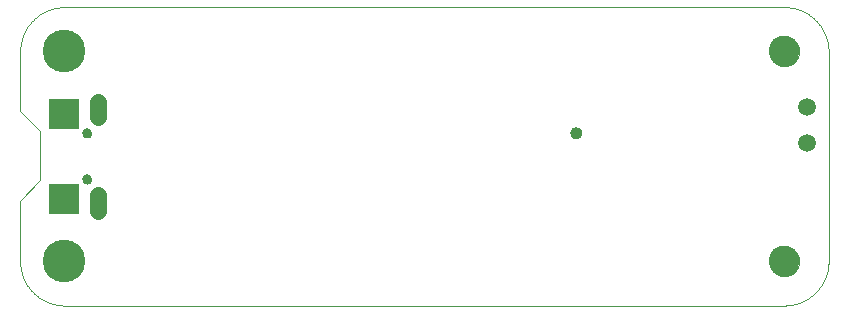
<source format=gbs>
G75*
%MOIN*%
%OFA0B0*%
%FSLAX25Y25*%
%IPPOS*%
%LPD*%
%AMOC8*
5,1,8,0,0,1.08239X$1,22.5*
%
%ADD10C,0.00000*%
%ADD11C,0.10243*%
%ADD12C,0.14243*%
%ADD13C,0.03156*%
%ADD14R,0.10243X0.10243*%
%ADD15C,0.05550*%
%ADD16C,0.03943*%
%ADD17C,0.05943*%
D10*
X0059095Y0057209D02*
X0299095Y0057209D01*
X0299451Y0057213D01*
X0299806Y0057226D01*
X0300162Y0057248D01*
X0300516Y0057278D01*
X0300870Y0057316D01*
X0301222Y0057364D01*
X0301574Y0057419D01*
X0301924Y0057483D01*
X0302272Y0057556D01*
X0302619Y0057637D01*
X0302963Y0057726D01*
X0303305Y0057824D01*
X0303645Y0057930D01*
X0303982Y0058044D01*
X0304316Y0058166D01*
X0304647Y0058296D01*
X0304975Y0058434D01*
X0305300Y0058580D01*
X0305621Y0058734D01*
X0305938Y0058896D01*
X0306251Y0059065D01*
X0306559Y0059241D01*
X0306864Y0059425D01*
X0307164Y0059617D01*
X0307459Y0059815D01*
X0307750Y0060021D01*
X0308035Y0060234D01*
X0308315Y0060453D01*
X0308590Y0060679D01*
X0308859Y0060912D01*
X0309122Y0061151D01*
X0309380Y0061397D01*
X0309631Y0061648D01*
X0309877Y0061906D01*
X0310116Y0062169D01*
X0310349Y0062438D01*
X0310575Y0062713D01*
X0310794Y0062993D01*
X0311007Y0063278D01*
X0311213Y0063569D01*
X0311411Y0063864D01*
X0311603Y0064164D01*
X0311787Y0064469D01*
X0311963Y0064777D01*
X0312132Y0065090D01*
X0312294Y0065407D01*
X0312448Y0065728D01*
X0312594Y0066053D01*
X0312732Y0066381D01*
X0312862Y0066712D01*
X0312984Y0067046D01*
X0313098Y0067383D01*
X0313204Y0067723D01*
X0313302Y0068065D01*
X0313391Y0068409D01*
X0313472Y0068756D01*
X0313545Y0069104D01*
X0313609Y0069454D01*
X0313664Y0069806D01*
X0313712Y0070158D01*
X0313750Y0070512D01*
X0313780Y0070866D01*
X0313802Y0071222D01*
X0313815Y0071577D01*
X0313819Y0071933D01*
X0313820Y0071933D02*
X0313820Y0141933D01*
X0313819Y0141933D02*
X0313815Y0142289D01*
X0313802Y0142644D01*
X0313780Y0143000D01*
X0313750Y0143354D01*
X0313712Y0143708D01*
X0313664Y0144060D01*
X0313609Y0144412D01*
X0313545Y0144762D01*
X0313472Y0145110D01*
X0313391Y0145457D01*
X0313302Y0145801D01*
X0313204Y0146143D01*
X0313098Y0146483D01*
X0312984Y0146820D01*
X0312862Y0147154D01*
X0312732Y0147485D01*
X0312594Y0147813D01*
X0312448Y0148138D01*
X0312294Y0148459D01*
X0312132Y0148776D01*
X0311963Y0149089D01*
X0311787Y0149397D01*
X0311603Y0149702D01*
X0311411Y0150002D01*
X0311213Y0150297D01*
X0311007Y0150588D01*
X0310794Y0150873D01*
X0310575Y0151153D01*
X0310349Y0151428D01*
X0310116Y0151697D01*
X0309877Y0151960D01*
X0309631Y0152218D01*
X0309380Y0152469D01*
X0309122Y0152715D01*
X0308859Y0152954D01*
X0308590Y0153187D01*
X0308315Y0153413D01*
X0308035Y0153632D01*
X0307750Y0153845D01*
X0307459Y0154051D01*
X0307164Y0154249D01*
X0306864Y0154441D01*
X0306559Y0154625D01*
X0306251Y0154801D01*
X0305938Y0154970D01*
X0305621Y0155132D01*
X0305300Y0155286D01*
X0304975Y0155432D01*
X0304647Y0155570D01*
X0304316Y0155700D01*
X0303982Y0155822D01*
X0303645Y0155936D01*
X0303305Y0156042D01*
X0302963Y0156140D01*
X0302619Y0156229D01*
X0302272Y0156310D01*
X0301924Y0156383D01*
X0301574Y0156447D01*
X0301222Y0156502D01*
X0300870Y0156550D01*
X0300516Y0156588D01*
X0300162Y0156618D01*
X0299806Y0156640D01*
X0299451Y0156653D01*
X0299095Y0156657D01*
X0059095Y0156657D01*
X0058739Y0156653D01*
X0058384Y0156640D01*
X0058028Y0156618D01*
X0057674Y0156588D01*
X0057320Y0156550D01*
X0056968Y0156502D01*
X0056616Y0156447D01*
X0056266Y0156383D01*
X0055918Y0156310D01*
X0055571Y0156229D01*
X0055227Y0156140D01*
X0054885Y0156042D01*
X0054545Y0155936D01*
X0054208Y0155822D01*
X0053874Y0155700D01*
X0053543Y0155570D01*
X0053215Y0155432D01*
X0052890Y0155286D01*
X0052569Y0155132D01*
X0052252Y0154970D01*
X0051939Y0154801D01*
X0051631Y0154625D01*
X0051326Y0154441D01*
X0051026Y0154249D01*
X0050731Y0154051D01*
X0050440Y0153845D01*
X0050155Y0153632D01*
X0049875Y0153413D01*
X0049600Y0153187D01*
X0049331Y0152954D01*
X0049068Y0152715D01*
X0048810Y0152469D01*
X0048559Y0152218D01*
X0048313Y0151960D01*
X0048074Y0151697D01*
X0047841Y0151428D01*
X0047615Y0151153D01*
X0047396Y0150873D01*
X0047183Y0150588D01*
X0046977Y0150297D01*
X0046779Y0150002D01*
X0046587Y0149702D01*
X0046403Y0149397D01*
X0046227Y0149089D01*
X0046058Y0148776D01*
X0045896Y0148459D01*
X0045742Y0148138D01*
X0045596Y0147813D01*
X0045458Y0147485D01*
X0045328Y0147154D01*
X0045206Y0146820D01*
X0045092Y0146483D01*
X0044986Y0146143D01*
X0044888Y0145801D01*
X0044799Y0145457D01*
X0044718Y0145110D01*
X0044645Y0144762D01*
X0044581Y0144412D01*
X0044526Y0144060D01*
X0044478Y0143708D01*
X0044440Y0143354D01*
X0044410Y0143000D01*
X0044388Y0142644D01*
X0044375Y0142289D01*
X0044371Y0141933D01*
X0044371Y0122157D01*
X0051095Y0115433D01*
X0051095Y0098933D01*
X0044371Y0092209D01*
X0044371Y0071933D01*
X0044375Y0071577D01*
X0044388Y0071222D01*
X0044410Y0070866D01*
X0044440Y0070512D01*
X0044478Y0070158D01*
X0044526Y0069806D01*
X0044581Y0069454D01*
X0044645Y0069104D01*
X0044718Y0068756D01*
X0044799Y0068409D01*
X0044888Y0068065D01*
X0044986Y0067723D01*
X0045092Y0067383D01*
X0045206Y0067046D01*
X0045328Y0066712D01*
X0045458Y0066381D01*
X0045596Y0066053D01*
X0045742Y0065728D01*
X0045896Y0065407D01*
X0046058Y0065090D01*
X0046227Y0064777D01*
X0046403Y0064469D01*
X0046587Y0064164D01*
X0046779Y0063864D01*
X0046977Y0063569D01*
X0047183Y0063278D01*
X0047396Y0062993D01*
X0047615Y0062713D01*
X0047841Y0062438D01*
X0048074Y0062169D01*
X0048313Y0061906D01*
X0048559Y0061648D01*
X0048810Y0061397D01*
X0049068Y0061151D01*
X0049331Y0060912D01*
X0049600Y0060679D01*
X0049875Y0060453D01*
X0050155Y0060234D01*
X0050440Y0060021D01*
X0050731Y0059815D01*
X0051026Y0059617D01*
X0051326Y0059425D01*
X0051631Y0059241D01*
X0051939Y0059065D01*
X0052252Y0058896D01*
X0052569Y0058734D01*
X0052890Y0058580D01*
X0053215Y0058434D01*
X0053543Y0058296D01*
X0053874Y0058166D01*
X0054208Y0058044D01*
X0054545Y0057930D01*
X0054885Y0057824D01*
X0055227Y0057726D01*
X0055571Y0057637D01*
X0055918Y0057556D01*
X0056266Y0057483D01*
X0056616Y0057419D01*
X0056968Y0057364D01*
X0057320Y0057316D01*
X0057674Y0057278D01*
X0058028Y0057248D01*
X0058384Y0057226D01*
X0058739Y0057213D01*
X0059095Y0057209D01*
X0057934Y0090988D02*
X0060296Y0090988D01*
X0060373Y0091000D01*
X0060449Y0091015D01*
X0060525Y0091034D01*
X0060599Y0091057D01*
X0060673Y0091083D01*
X0060744Y0091113D01*
X0060815Y0091147D01*
X0060883Y0091183D01*
X0060950Y0091224D01*
X0061015Y0091267D01*
X0061077Y0091313D01*
X0061138Y0091363D01*
X0061195Y0091415D01*
X0061250Y0091471D01*
X0061302Y0091528D01*
X0061352Y0091589D01*
X0061398Y0091651D01*
X0061441Y0091716D01*
X0061481Y0091783D01*
X0061518Y0091852D01*
X0061551Y0091922D01*
X0061581Y0091994D01*
X0061607Y0092068D01*
X0061629Y0092142D01*
X0061648Y0092218D01*
X0061663Y0092294D01*
X0061674Y0092371D01*
X0061682Y0092449D01*
X0061686Y0092527D01*
X0061685Y0092605D01*
X0061682Y0092682D01*
X0061674Y0092760D01*
X0061682Y0092838D01*
X0061685Y0092915D01*
X0061686Y0092993D01*
X0061682Y0093071D01*
X0061674Y0093149D01*
X0061663Y0093226D01*
X0061648Y0093302D01*
X0061629Y0093378D01*
X0061607Y0093452D01*
X0061581Y0093526D01*
X0061551Y0093598D01*
X0061518Y0093668D01*
X0061481Y0093737D01*
X0061441Y0093804D01*
X0061398Y0093869D01*
X0061352Y0093931D01*
X0061302Y0093992D01*
X0061250Y0094049D01*
X0061195Y0094105D01*
X0061138Y0094157D01*
X0061077Y0094207D01*
X0061015Y0094253D01*
X0060950Y0094296D01*
X0060883Y0094337D01*
X0060815Y0094373D01*
X0060744Y0094407D01*
X0060673Y0094437D01*
X0060599Y0094463D01*
X0060525Y0094486D01*
X0060449Y0094505D01*
X0060373Y0094520D01*
X0060296Y0094532D01*
X0060296Y0094531D02*
X0057934Y0094531D01*
X0057934Y0094532D02*
X0057857Y0094520D01*
X0057781Y0094505D01*
X0057705Y0094486D01*
X0057631Y0094463D01*
X0057557Y0094437D01*
X0057486Y0094407D01*
X0057415Y0094373D01*
X0057347Y0094337D01*
X0057280Y0094296D01*
X0057215Y0094253D01*
X0057153Y0094207D01*
X0057092Y0094157D01*
X0057035Y0094105D01*
X0056980Y0094049D01*
X0056928Y0093992D01*
X0056878Y0093931D01*
X0056832Y0093869D01*
X0056789Y0093804D01*
X0056749Y0093737D01*
X0056712Y0093668D01*
X0056679Y0093598D01*
X0056649Y0093526D01*
X0056623Y0093452D01*
X0056601Y0093378D01*
X0056582Y0093302D01*
X0056567Y0093226D01*
X0056556Y0093149D01*
X0056548Y0093071D01*
X0056544Y0092993D01*
X0056545Y0092915D01*
X0056548Y0092838D01*
X0056556Y0092760D01*
X0056548Y0092682D01*
X0056545Y0092605D01*
X0056544Y0092527D01*
X0056548Y0092449D01*
X0056556Y0092371D01*
X0056567Y0092294D01*
X0056582Y0092218D01*
X0056601Y0092142D01*
X0056623Y0092068D01*
X0056649Y0091994D01*
X0056679Y0091922D01*
X0056712Y0091852D01*
X0056749Y0091783D01*
X0056789Y0091716D01*
X0056832Y0091651D01*
X0056878Y0091589D01*
X0056928Y0091528D01*
X0056980Y0091471D01*
X0057035Y0091415D01*
X0057092Y0091363D01*
X0057153Y0091313D01*
X0057215Y0091267D01*
X0057280Y0091224D01*
X0057347Y0091183D01*
X0057415Y0091147D01*
X0057486Y0091113D01*
X0057557Y0091083D01*
X0057631Y0091057D01*
X0057705Y0091034D01*
X0057781Y0091015D01*
X0057857Y0091000D01*
X0057934Y0090988D01*
X0065217Y0099256D02*
X0065219Y0099330D01*
X0065225Y0099404D01*
X0065235Y0099477D01*
X0065249Y0099550D01*
X0065266Y0099622D01*
X0065288Y0099692D01*
X0065313Y0099762D01*
X0065342Y0099830D01*
X0065375Y0099896D01*
X0065411Y0099961D01*
X0065451Y0100023D01*
X0065493Y0100084D01*
X0065539Y0100142D01*
X0065588Y0100197D01*
X0065640Y0100250D01*
X0065695Y0100300D01*
X0065752Y0100346D01*
X0065812Y0100390D01*
X0065874Y0100430D01*
X0065938Y0100467D01*
X0066004Y0100501D01*
X0066072Y0100531D01*
X0066141Y0100557D01*
X0066212Y0100580D01*
X0066283Y0100598D01*
X0066356Y0100613D01*
X0066429Y0100624D01*
X0066503Y0100631D01*
X0066577Y0100634D01*
X0066650Y0100633D01*
X0066724Y0100628D01*
X0066798Y0100619D01*
X0066871Y0100606D01*
X0066943Y0100589D01*
X0067014Y0100569D01*
X0067084Y0100544D01*
X0067152Y0100516D01*
X0067219Y0100485D01*
X0067284Y0100449D01*
X0067347Y0100411D01*
X0067408Y0100369D01*
X0067467Y0100323D01*
X0067523Y0100275D01*
X0067576Y0100224D01*
X0067626Y0100170D01*
X0067674Y0100113D01*
X0067718Y0100054D01*
X0067760Y0099992D01*
X0067798Y0099929D01*
X0067832Y0099863D01*
X0067863Y0099796D01*
X0067890Y0099727D01*
X0067913Y0099657D01*
X0067933Y0099586D01*
X0067949Y0099513D01*
X0067961Y0099440D01*
X0067969Y0099367D01*
X0067973Y0099293D01*
X0067973Y0099219D01*
X0067969Y0099145D01*
X0067961Y0099072D01*
X0067949Y0098999D01*
X0067933Y0098926D01*
X0067913Y0098855D01*
X0067890Y0098785D01*
X0067863Y0098716D01*
X0067832Y0098649D01*
X0067798Y0098583D01*
X0067760Y0098520D01*
X0067718Y0098458D01*
X0067674Y0098399D01*
X0067626Y0098342D01*
X0067576Y0098288D01*
X0067523Y0098237D01*
X0067467Y0098189D01*
X0067408Y0098143D01*
X0067347Y0098101D01*
X0067284Y0098063D01*
X0067219Y0098027D01*
X0067152Y0097996D01*
X0067084Y0097968D01*
X0067014Y0097943D01*
X0066943Y0097923D01*
X0066871Y0097906D01*
X0066798Y0097893D01*
X0066724Y0097884D01*
X0066650Y0097879D01*
X0066577Y0097878D01*
X0066503Y0097881D01*
X0066429Y0097888D01*
X0066356Y0097899D01*
X0066283Y0097914D01*
X0066212Y0097932D01*
X0066141Y0097955D01*
X0066072Y0097981D01*
X0066004Y0098011D01*
X0065938Y0098045D01*
X0065874Y0098082D01*
X0065812Y0098122D01*
X0065752Y0098166D01*
X0065695Y0098212D01*
X0065640Y0098262D01*
X0065588Y0098315D01*
X0065539Y0098370D01*
X0065493Y0098428D01*
X0065451Y0098489D01*
X0065411Y0098551D01*
X0065375Y0098616D01*
X0065342Y0098682D01*
X0065313Y0098750D01*
X0065288Y0098820D01*
X0065266Y0098890D01*
X0065249Y0098962D01*
X0065235Y0099035D01*
X0065225Y0099108D01*
X0065219Y0099182D01*
X0065217Y0099256D01*
X0065217Y0114610D02*
X0065219Y0114684D01*
X0065225Y0114758D01*
X0065235Y0114831D01*
X0065249Y0114904D01*
X0065266Y0114976D01*
X0065288Y0115046D01*
X0065313Y0115116D01*
X0065342Y0115184D01*
X0065375Y0115250D01*
X0065411Y0115315D01*
X0065451Y0115377D01*
X0065493Y0115438D01*
X0065539Y0115496D01*
X0065588Y0115551D01*
X0065640Y0115604D01*
X0065695Y0115654D01*
X0065752Y0115700D01*
X0065812Y0115744D01*
X0065874Y0115784D01*
X0065938Y0115821D01*
X0066004Y0115855D01*
X0066072Y0115885D01*
X0066141Y0115911D01*
X0066212Y0115934D01*
X0066283Y0115952D01*
X0066356Y0115967D01*
X0066429Y0115978D01*
X0066503Y0115985D01*
X0066577Y0115988D01*
X0066650Y0115987D01*
X0066724Y0115982D01*
X0066798Y0115973D01*
X0066871Y0115960D01*
X0066943Y0115943D01*
X0067014Y0115923D01*
X0067084Y0115898D01*
X0067152Y0115870D01*
X0067219Y0115839D01*
X0067284Y0115803D01*
X0067347Y0115765D01*
X0067408Y0115723D01*
X0067467Y0115677D01*
X0067523Y0115629D01*
X0067576Y0115578D01*
X0067626Y0115524D01*
X0067674Y0115467D01*
X0067718Y0115408D01*
X0067760Y0115346D01*
X0067798Y0115283D01*
X0067832Y0115217D01*
X0067863Y0115150D01*
X0067890Y0115081D01*
X0067913Y0115011D01*
X0067933Y0114940D01*
X0067949Y0114867D01*
X0067961Y0114794D01*
X0067969Y0114721D01*
X0067973Y0114647D01*
X0067973Y0114573D01*
X0067969Y0114499D01*
X0067961Y0114426D01*
X0067949Y0114353D01*
X0067933Y0114280D01*
X0067913Y0114209D01*
X0067890Y0114139D01*
X0067863Y0114070D01*
X0067832Y0114003D01*
X0067798Y0113937D01*
X0067760Y0113874D01*
X0067718Y0113812D01*
X0067674Y0113753D01*
X0067626Y0113696D01*
X0067576Y0113642D01*
X0067523Y0113591D01*
X0067467Y0113543D01*
X0067408Y0113497D01*
X0067347Y0113455D01*
X0067284Y0113417D01*
X0067219Y0113381D01*
X0067152Y0113350D01*
X0067084Y0113322D01*
X0067014Y0113297D01*
X0066943Y0113277D01*
X0066871Y0113260D01*
X0066798Y0113247D01*
X0066724Y0113238D01*
X0066650Y0113233D01*
X0066577Y0113232D01*
X0066503Y0113235D01*
X0066429Y0113242D01*
X0066356Y0113253D01*
X0066283Y0113268D01*
X0066212Y0113286D01*
X0066141Y0113309D01*
X0066072Y0113335D01*
X0066004Y0113365D01*
X0065938Y0113399D01*
X0065874Y0113436D01*
X0065812Y0113476D01*
X0065752Y0113520D01*
X0065695Y0113566D01*
X0065640Y0113616D01*
X0065588Y0113669D01*
X0065539Y0113724D01*
X0065493Y0113782D01*
X0065451Y0113843D01*
X0065411Y0113905D01*
X0065375Y0113970D01*
X0065342Y0114036D01*
X0065313Y0114104D01*
X0065288Y0114174D01*
X0065266Y0114244D01*
X0065249Y0114316D01*
X0065235Y0114389D01*
X0065225Y0114462D01*
X0065219Y0114536D01*
X0065217Y0114610D01*
X0060296Y0119335D02*
X0058131Y0119335D01*
X0058130Y0119334D02*
X0058056Y0119331D01*
X0057981Y0119332D01*
X0057906Y0119336D01*
X0057831Y0119345D01*
X0057757Y0119357D01*
X0057684Y0119373D01*
X0057611Y0119392D01*
X0057540Y0119415D01*
X0057470Y0119442D01*
X0057401Y0119472D01*
X0057334Y0119506D01*
X0057269Y0119543D01*
X0057206Y0119583D01*
X0057145Y0119626D01*
X0057086Y0119673D01*
X0057030Y0119722D01*
X0056976Y0119774D01*
X0056925Y0119829D01*
X0056876Y0119887D01*
X0056831Y0119946D01*
X0056789Y0120008D01*
X0056750Y0120072D01*
X0056714Y0120138D01*
X0056681Y0120206D01*
X0056652Y0120275D01*
X0056627Y0120346D01*
X0056605Y0120417D01*
X0056587Y0120490D01*
X0056573Y0120564D01*
X0056562Y0120638D01*
X0056555Y0120713D01*
X0056556Y0120713D02*
X0056556Y0121500D01*
X0056555Y0121500D02*
X0056562Y0121575D01*
X0056573Y0121649D01*
X0056587Y0121723D01*
X0056605Y0121796D01*
X0056627Y0121867D01*
X0056652Y0121938D01*
X0056681Y0122007D01*
X0056714Y0122075D01*
X0056750Y0122141D01*
X0056789Y0122205D01*
X0056831Y0122267D01*
X0056876Y0122326D01*
X0056925Y0122384D01*
X0056976Y0122439D01*
X0057030Y0122491D01*
X0057086Y0122540D01*
X0057145Y0122587D01*
X0057206Y0122630D01*
X0057269Y0122670D01*
X0057334Y0122707D01*
X0057401Y0122741D01*
X0057470Y0122771D01*
X0057540Y0122798D01*
X0057611Y0122821D01*
X0057684Y0122840D01*
X0057757Y0122856D01*
X0057831Y0122868D01*
X0057906Y0122877D01*
X0057981Y0122881D01*
X0058056Y0122882D01*
X0058130Y0122879D01*
X0058131Y0122878D02*
X0060296Y0122878D01*
X0060368Y0122876D01*
X0060440Y0122870D01*
X0060512Y0122861D01*
X0060583Y0122848D01*
X0060653Y0122831D01*
X0060722Y0122811D01*
X0060790Y0122786D01*
X0060856Y0122759D01*
X0060922Y0122728D01*
X0060985Y0122693D01*
X0061047Y0122656D01*
X0061106Y0122615D01*
X0061163Y0122571D01*
X0061218Y0122524D01*
X0061270Y0122474D01*
X0061320Y0122422D01*
X0061367Y0122367D01*
X0061411Y0122310D01*
X0061452Y0122251D01*
X0061489Y0122189D01*
X0061524Y0122126D01*
X0061555Y0122060D01*
X0061582Y0121994D01*
X0061607Y0121926D01*
X0061627Y0121857D01*
X0061644Y0121787D01*
X0061657Y0121716D01*
X0061666Y0121644D01*
X0061672Y0121572D01*
X0061674Y0121500D01*
X0061674Y0120713D01*
X0061672Y0120641D01*
X0061666Y0120569D01*
X0061657Y0120497D01*
X0061644Y0120426D01*
X0061627Y0120356D01*
X0061607Y0120287D01*
X0061582Y0120219D01*
X0061555Y0120153D01*
X0061524Y0120087D01*
X0061489Y0120024D01*
X0061452Y0119962D01*
X0061411Y0119903D01*
X0061367Y0119846D01*
X0061320Y0119791D01*
X0061270Y0119739D01*
X0061218Y0119689D01*
X0061163Y0119642D01*
X0061106Y0119598D01*
X0061047Y0119557D01*
X0060985Y0119520D01*
X0060922Y0119485D01*
X0060856Y0119454D01*
X0060790Y0119427D01*
X0060722Y0119402D01*
X0060653Y0119382D01*
X0060583Y0119365D01*
X0060512Y0119352D01*
X0060440Y0119343D01*
X0060368Y0119337D01*
X0060296Y0119335D01*
X0227843Y0114772D02*
X0227845Y0114856D01*
X0227851Y0114939D01*
X0227861Y0115022D01*
X0227875Y0115105D01*
X0227892Y0115187D01*
X0227914Y0115268D01*
X0227939Y0115347D01*
X0227968Y0115426D01*
X0228001Y0115503D01*
X0228037Y0115578D01*
X0228077Y0115652D01*
X0228120Y0115724D01*
X0228167Y0115793D01*
X0228217Y0115860D01*
X0228270Y0115925D01*
X0228326Y0115987D01*
X0228384Y0116047D01*
X0228446Y0116104D01*
X0228510Y0116157D01*
X0228577Y0116208D01*
X0228646Y0116255D01*
X0228717Y0116300D01*
X0228790Y0116340D01*
X0228865Y0116377D01*
X0228942Y0116411D01*
X0229020Y0116441D01*
X0229099Y0116467D01*
X0229180Y0116490D01*
X0229262Y0116508D01*
X0229344Y0116523D01*
X0229427Y0116534D01*
X0229510Y0116541D01*
X0229594Y0116544D01*
X0229678Y0116543D01*
X0229761Y0116538D01*
X0229845Y0116529D01*
X0229927Y0116516D01*
X0230009Y0116500D01*
X0230090Y0116479D01*
X0230171Y0116455D01*
X0230249Y0116427D01*
X0230327Y0116395D01*
X0230403Y0116359D01*
X0230477Y0116320D01*
X0230549Y0116278D01*
X0230619Y0116232D01*
X0230687Y0116183D01*
X0230752Y0116131D01*
X0230815Y0116076D01*
X0230875Y0116018D01*
X0230933Y0115957D01*
X0230987Y0115893D01*
X0231039Y0115827D01*
X0231087Y0115759D01*
X0231132Y0115688D01*
X0231173Y0115615D01*
X0231212Y0115541D01*
X0231246Y0115465D01*
X0231277Y0115387D01*
X0231304Y0115308D01*
X0231328Y0115227D01*
X0231347Y0115146D01*
X0231363Y0115064D01*
X0231375Y0114981D01*
X0231383Y0114897D01*
X0231387Y0114814D01*
X0231387Y0114730D01*
X0231383Y0114647D01*
X0231375Y0114563D01*
X0231363Y0114480D01*
X0231347Y0114398D01*
X0231328Y0114317D01*
X0231304Y0114236D01*
X0231277Y0114157D01*
X0231246Y0114079D01*
X0231212Y0114003D01*
X0231173Y0113929D01*
X0231132Y0113856D01*
X0231087Y0113785D01*
X0231039Y0113717D01*
X0230987Y0113651D01*
X0230933Y0113587D01*
X0230875Y0113526D01*
X0230815Y0113468D01*
X0230752Y0113413D01*
X0230687Y0113361D01*
X0230619Y0113312D01*
X0230549Y0113266D01*
X0230477Y0113224D01*
X0230403Y0113185D01*
X0230327Y0113149D01*
X0230249Y0113117D01*
X0230171Y0113089D01*
X0230090Y0113065D01*
X0230009Y0113044D01*
X0229927Y0113028D01*
X0229845Y0113015D01*
X0229761Y0113006D01*
X0229678Y0113001D01*
X0229594Y0113000D01*
X0229510Y0113003D01*
X0229427Y0113010D01*
X0229344Y0113021D01*
X0229262Y0113036D01*
X0229180Y0113054D01*
X0229099Y0113077D01*
X0229020Y0113103D01*
X0228942Y0113133D01*
X0228865Y0113167D01*
X0228790Y0113204D01*
X0228717Y0113244D01*
X0228646Y0113289D01*
X0228577Y0113336D01*
X0228510Y0113387D01*
X0228446Y0113440D01*
X0228384Y0113497D01*
X0228326Y0113557D01*
X0228270Y0113619D01*
X0228217Y0113684D01*
X0228167Y0113751D01*
X0228120Y0113820D01*
X0228077Y0113892D01*
X0228037Y0113966D01*
X0228001Y0114041D01*
X0227968Y0114118D01*
X0227939Y0114197D01*
X0227914Y0114276D01*
X0227892Y0114357D01*
X0227875Y0114439D01*
X0227861Y0114522D01*
X0227851Y0114605D01*
X0227845Y0114688D01*
X0227843Y0114772D01*
X0294174Y0141933D02*
X0294176Y0142073D01*
X0294182Y0142213D01*
X0294192Y0142352D01*
X0294206Y0142491D01*
X0294224Y0142630D01*
X0294245Y0142768D01*
X0294271Y0142906D01*
X0294301Y0143043D01*
X0294334Y0143178D01*
X0294372Y0143313D01*
X0294413Y0143447D01*
X0294458Y0143580D01*
X0294506Y0143711D01*
X0294559Y0143840D01*
X0294615Y0143969D01*
X0294674Y0144095D01*
X0294738Y0144220D01*
X0294804Y0144343D01*
X0294875Y0144464D01*
X0294948Y0144583D01*
X0295025Y0144700D01*
X0295106Y0144814D01*
X0295189Y0144926D01*
X0295276Y0145036D01*
X0295366Y0145144D01*
X0295458Y0145248D01*
X0295554Y0145350D01*
X0295653Y0145450D01*
X0295754Y0145546D01*
X0295858Y0145640D01*
X0295965Y0145730D01*
X0296074Y0145817D01*
X0296186Y0145902D01*
X0296300Y0145983D01*
X0296416Y0146061D01*
X0296534Y0146135D01*
X0296655Y0146206D01*
X0296777Y0146274D01*
X0296902Y0146338D01*
X0297028Y0146399D01*
X0297155Y0146456D01*
X0297285Y0146509D01*
X0297416Y0146559D01*
X0297548Y0146604D01*
X0297681Y0146647D01*
X0297816Y0146685D01*
X0297951Y0146719D01*
X0298088Y0146750D01*
X0298225Y0146777D01*
X0298363Y0146799D01*
X0298502Y0146818D01*
X0298641Y0146833D01*
X0298780Y0146844D01*
X0298920Y0146851D01*
X0299060Y0146854D01*
X0299200Y0146853D01*
X0299340Y0146848D01*
X0299479Y0146839D01*
X0299619Y0146826D01*
X0299758Y0146809D01*
X0299896Y0146788D01*
X0300034Y0146764D01*
X0300171Y0146735D01*
X0300307Y0146703D01*
X0300442Y0146666D01*
X0300576Y0146626D01*
X0300709Y0146582D01*
X0300840Y0146534D01*
X0300970Y0146483D01*
X0301099Y0146428D01*
X0301226Y0146369D01*
X0301351Y0146306D01*
X0301474Y0146241D01*
X0301596Y0146171D01*
X0301715Y0146098D01*
X0301833Y0146022D01*
X0301948Y0145943D01*
X0302061Y0145860D01*
X0302171Y0145774D01*
X0302279Y0145685D01*
X0302384Y0145593D01*
X0302487Y0145498D01*
X0302587Y0145400D01*
X0302684Y0145300D01*
X0302778Y0145196D01*
X0302870Y0145090D01*
X0302958Y0144982D01*
X0303043Y0144871D01*
X0303125Y0144757D01*
X0303204Y0144641D01*
X0303279Y0144524D01*
X0303351Y0144404D01*
X0303419Y0144282D01*
X0303484Y0144158D01*
X0303546Y0144032D01*
X0303604Y0143905D01*
X0303658Y0143776D01*
X0303709Y0143645D01*
X0303755Y0143513D01*
X0303798Y0143380D01*
X0303838Y0143246D01*
X0303873Y0143111D01*
X0303905Y0142974D01*
X0303932Y0142837D01*
X0303956Y0142699D01*
X0303976Y0142561D01*
X0303992Y0142422D01*
X0304004Y0142282D01*
X0304012Y0142143D01*
X0304016Y0142003D01*
X0304016Y0141863D01*
X0304012Y0141723D01*
X0304004Y0141584D01*
X0303992Y0141444D01*
X0303976Y0141305D01*
X0303956Y0141167D01*
X0303932Y0141029D01*
X0303905Y0140892D01*
X0303873Y0140755D01*
X0303838Y0140620D01*
X0303798Y0140486D01*
X0303755Y0140353D01*
X0303709Y0140221D01*
X0303658Y0140090D01*
X0303604Y0139961D01*
X0303546Y0139834D01*
X0303484Y0139708D01*
X0303419Y0139584D01*
X0303351Y0139462D01*
X0303279Y0139342D01*
X0303204Y0139225D01*
X0303125Y0139109D01*
X0303043Y0138995D01*
X0302958Y0138884D01*
X0302870Y0138776D01*
X0302778Y0138670D01*
X0302684Y0138566D01*
X0302587Y0138466D01*
X0302487Y0138368D01*
X0302384Y0138273D01*
X0302279Y0138181D01*
X0302171Y0138092D01*
X0302061Y0138006D01*
X0301948Y0137923D01*
X0301833Y0137844D01*
X0301715Y0137768D01*
X0301596Y0137695D01*
X0301474Y0137625D01*
X0301351Y0137560D01*
X0301226Y0137497D01*
X0301099Y0137438D01*
X0300970Y0137383D01*
X0300840Y0137332D01*
X0300709Y0137284D01*
X0300576Y0137240D01*
X0300442Y0137200D01*
X0300307Y0137163D01*
X0300171Y0137131D01*
X0300034Y0137102D01*
X0299896Y0137078D01*
X0299758Y0137057D01*
X0299619Y0137040D01*
X0299479Y0137027D01*
X0299340Y0137018D01*
X0299200Y0137013D01*
X0299060Y0137012D01*
X0298920Y0137015D01*
X0298780Y0137022D01*
X0298641Y0137033D01*
X0298502Y0137048D01*
X0298363Y0137067D01*
X0298225Y0137089D01*
X0298088Y0137116D01*
X0297951Y0137147D01*
X0297816Y0137181D01*
X0297681Y0137219D01*
X0297548Y0137262D01*
X0297416Y0137307D01*
X0297285Y0137357D01*
X0297155Y0137410D01*
X0297028Y0137467D01*
X0296902Y0137528D01*
X0296777Y0137592D01*
X0296655Y0137660D01*
X0296534Y0137731D01*
X0296416Y0137805D01*
X0296300Y0137883D01*
X0296186Y0137964D01*
X0296074Y0138049D01*
X0295965Y0138136D01*
X0295858Y0138226D01*
X0295754Y0138320D01*
X0295653Y0138416D01*
X0295554Y0138516D01*
X0295458Y0138618D01*
X0295366Y0138722D01*
X0295276Y0138830D01*
X0295189Y0138940D01*
X0295106Y0139052D01*
X0295025Y0139166D01*
X0294948Y0139283D01*
X0294875Y0139402D01*
X0294804Y0139523D01*
X0294738Y0139646D01*
X0294674Y0139771D01*
X0294615Y0139897D01*
X0294559Y0140026D01*
X0294506Y0140155D01*
X0294458Y0140286D01*
X0294413Y0140419D01*
X0294372Y0140553D01*
X0294334Y0140688D01*
X0294301Y0140823D01*
X0294271Y0140960D01*
X0294245Y0141098D01*
X0294224Y0141236D01*
X0294206Y0141375D01*
X0294192Y0141514D01*
X0294182Y0141653D01*
X0294176Y0141793D01*
X0294174Y0141933D01*
X0294174Y0071933D02*
X0294176Y0072073D01*
X0294182Y0072213D01*
X0294192Y0072352D01*
X0294206Y0072491D01*
X0294224Y0072630D01*
X0294245Y0072768D01*
X0294271Y0072906D01*
X0294301Y0073043D01*
X0294334Y0073178D01*
X0294372Y0073313D01*
X0294413Y0073447D01*
X0294458Y0073580D01*
X0294506Y0073711D01*
X0294559Y0073840D01*
X0294615Y0073969D01*
X0294674Y0074095D01*
X0294738Y0074220D01*
X0294804Y0074343D01*
X0294875Y0074464D01*
X0294948Y0074583D01*
X0295025Y0074700D01*
X0295106Y0074814D01*
X0295189Y0074926D01*
X0295276Y0075036D01*
X0295366Y0075144D01*
X0295458Y0075248D01*
X0295554Y0075350D01*
X0295653Y0075450D01*
X0295754Y0075546D01*
X0295858Y0075640D01*
X0295965Y0075730D01*
X0296074Y0075817D01*
X0296186Y0075902D01*
X0296300Y0075983D01*
X0296416Y0076061D01*
X0296534Y0076135D01*
X0296655Y0076206D01*
X0296777Y0076274D01*
X0296902Y0076338D01*
X0297028Y0076399D01*
X0297155Y0076456D01*
X0297285Y0076509D01*
X0297416Y0076559D01*
X0297548Y0076604D01*
X0297681Y0076647D01*
X0297816Y0076685D01*
X0297951Y0076719D01*
X0298088Y0076750D01*
X0298225Y0076777D01*
X0298363Y0076799D01*
X0298502Y0076818D01*
X0298641Y0076833D01*
X0298780Y0076844D01*
X0298920Y0076851D01*
X0299060Y0076854D01*
X0299200Y0076853D01*
X0299340Y0076848D01*
X0299479Y0076839D01*
X0299619Y0076826D01*
X0299758Y0076809D01*
X0299896Y0076788D01*
X0300034Y0076764D01*
X0300171Y0076735D01*
X0300307Y0076703D01*
X0300442Y0076666D01*
X0300576Y0076626D01*
X0300709Y0076582D01*
X0300840Y0076534D01*
X0300970Y0076483D01*
X0301099Y0076428D01*
X0301226Y0076369D01*
X0301351Y0076306D01*
X0301474Y0076241D01*
X0301596Y0076171D01*
X0301715Y0076098D01*
X0301833Y0076022D01*
X0301948Y0075943D01*
X0302061Y0075860D01*
X0302171Y0075774D01*
X0302279Y0075685D01*
X0302384Y0075593D01*
X0302487Y0075498D01*
X0302587Y0075400D01*
X0302684Y0075300D01*
X0302778Y0075196D01*
X0302870Y0075090D01*
X0302958Y0074982D01*
X0303043Y0074871D01*
X0303125Y0074757D01*
X0303204Y0074641D01*
X0303279Y0074524D01*
X0303351Y0074404D01*
X0303419Y0074282D01*
X0303484Y0074158D01*
X0303546Y0074032D01*
X0303604Y0073905D01*
X0303658Y0073776D01*
X0303709Y0073645D01*
X0303755Y0073513D01*
X0303798Y0073380D01*
X0303838Y0073246D01*
X0303873Y0073111D01*
X0303905Y0072974D01*
X0303932Y0072837D01*
X0303956Y0072699D01*
X0303976Y0072561D01*
X0303992Y0072422D01*
X0304004Y0072282D01*
X0304012Y0072143D01*
X0304016Y0072003D01*
X0304016Y0071863D01*
X0304012Y0071723D01*
X0304004Y0071584D01*
X0303992Y0071444D01*
X0303976Y0071305D01*
X0303956Y0071167D01*
X0303932Y0071029D01*
X0303905Y0070892D01*
X0303873Y0070755D01*
X0303838Y0070620D01*
X0303798Y0070486D01*
X0303755Y0070353D01*
X0303709Y0070221D01*
X0303658Y0070090D01*
X0303604Y0069961D01*
X0303546Y0069834D01*
X0303484Y0069708D01*
X0303419Y0069584D01*
X0303351Y0069462D01*
X0303279Y0069342D01*
X0303204Y0069225D01*
X0303125Y0069109D01*
X0303043Y0068995D01*
X0302958Y0068884D01*
X0302870Y0068776D01*
X0302778Y0068670D01*
X0302684Y0068566D01*
X0302587Y0068466D01*
X0302487Y0068368D01*
X0302384Y0068273D01*
X0302279Y0068181D01*
X0302171Y0068092D01*
X0302061Y0068006D01*
X0301948Y0067923D01*
X0301833Y0067844D01*
X0301715Y0067768D01*
X0301596Y0067695D01*
X0301474Y0067625D01*
X0301351Y0067560D01*
X0301226Y0067497D01*
X0301099Y0067438D01*
X0300970Y0067383D01*
X0300840Y0067332D01*
X0300709Y0067284D01*
X0300576Y0067240D01*
X0300442Y0067200D01*
X0300307Y0067163D01*
X0300171Y0067131D01*
X0300034Y0067102D01*
X0299896Y0067078D01*
X0299758Y0067057D01*
X0299619Y0067040D01*
X0299479Y0067027D01*
X0299340Y0067018D01*
X0299200Y0067013D01*
X0299060Y0067012D01*
X0298920Y0067015D01*
X0298780Y0067022D01*
X0298641Y0067033D01*
X0298502Y0067048D01*
X0298363Y0067067D01*
X0298225Y0067089D01*
X0298088Y0067116D01*
X0297951Y0067147D01*
X0297816Y0067181D01*
X0297681Y0067219D01*
X0297548Y0067262D01*
X0297416Y0067307D01*
X0297285Y0067357D01*
X0297155Y0067410D01*
X0297028Y0067467D01*
X0296902Y0067528D01*
X0296777Y0067592D01*
X0296655Y0067660D01*
X0296534Y0067731D01*
X0296416Y0067805D01*
X0296300Y0067883D01*
X0296186Y0067964D01*
X0296074Y0068049D01*
X0295965Y0068136D01*
X0295858Y0068226D01*
X0295754Y0068320D01*
X0295653Y0068416D01*
X0295554Y0068516D01*
X0295458Y0068618D01*
X0295366Y0068722D01*
X0295276Y0068830D01*
X0295189Y0068940D01*
X0295106Y0069052D01*
X0295025Y0069166D01*
X0294948Y0069283D01*
X0294875Y0069402D01*
X0294804Y0069523D01*
X0294738Y0069646D01*
X0294674Y0069771D01*
X0294615Y0069897D01*
X0294559Y0070026D01*
X0294506Y0070155D01*
X0294458Y0070286D01*
X0294413Y0070419D01*
X0294372Y0070553D01*
X0294334Y0070688D01*
X0294301Y0070823D01*
X0294271Y0070960D01*
X0294245Y0071098D01*
X0294224Y0071236D01*
X0294206Y0071375D01*
X0294192Y0071514D01*
X0294182Y0071653D01*
X0294176Y0071793D01*
X0294174Y0071933D01*
D11*
X0299095Y0071933D03*
X0299095Y0141933D03*
D12*
X0059095Y0141933D03*
X0059095Y0071933D03*
D13*
X0066595Y0099256D03*
X0066595Y0114610D03*
D14*
X0059115Y0121106D03*
X0059115Y0092760D03*
D15*
X0070138Y0093941D02*
X0070138Y0088791D01*
X0070138Y0119925D02*
X0070138Y0125075D01*
D16*
X0229615Y0114772D03*
D17*
X0306595Y0111528D03*
X0306595Y0123339D03*
M02*

</source>
